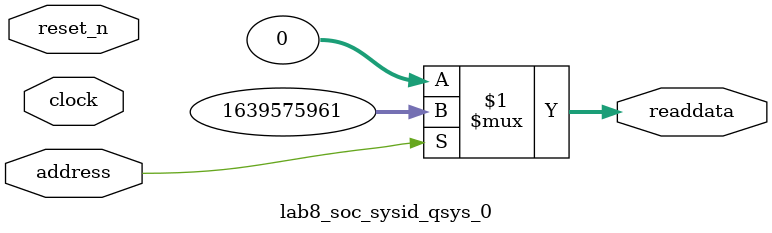
<source format=v>



// synthesis translate_off
`timescale 1ns / 1ps
// synthesis translate_on

// turn off superfluous verilog processor warnings 
// altera message_level Level1 
// altera message_off 10034 10035 10036 10037 10230 10240 10030 

module lab8_soc_sysid_qsys_0 (
               // inputs:
                address,
                clock,
                reset_n,

               // outputs:
                readdata
             )
;

  output  [ 31: 0] readdata;
  input            address;
  input            clock;
  input            reset_n;

  wire    [ 31: 0] readdata;
  //control_slave, which is an e_avalon_slave
  assign readdata = address ? 1639575961 : 0;

endmodule



</source>
